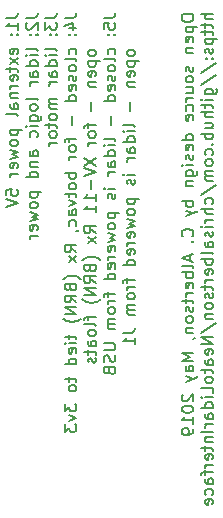
<source format=gbo>
G04 #@! TF.GenerationSoftware,KiCad,Pcbnew,(5.1.2-1)-1*
G04 #@! TF.CreationDate,2019-05-31T22:43:23-07:00*
G04 #@! TF.ProjectId,NeatoLidarInterface,4e656174-6f4c-4696-9461-72496e746572,rev?*
G04 #@! TF.SameCoordinates,Original*
G04 #@! TF.FileFunction,Legend,Bot*
G04 #@! TF.FilePolarity,Positive*
%FSLAX46Y46*%
G04 Gerber Fmt 4.6, Leading zero omitted, Abs format (unit mm)*
G04 Created by KiCad (PCBNEW (5.1.2-1)-1) date 2019-05-31 22:43:23*
%MOMM*%
%LPD*%
G04 APERTURE LIST*
%ADD10C,0.150000*%
G04 APERTURE END LIST*
D10*
X201387380Y-3796309D02*
X202101666Y-3796309D01*
X202244523Y-3748690D01*
X202339761Y-3653452D01*
X202387380Y-3510595D01*
X202387380Y-3415357D01*
X202387380Y-4796309D02*
X202387380Y-4224880D01*
X202387380Y-4510595D02*
X201387380Y-4510595D01*
X201530238Y-4415357D01*
X201625476Y-4320119D01*
X201673095Y-4224880D01*
X202292142Y-5224880D02*
X202339761Y-5272500D01*
X202387380Y-5224880D01*
X202339761Y-5177261D01*
X202292142Y-5224880D01*
X202387380Y-5224880D01*
X201768333Y-5224880D02*
X201815952Y-5272500D01*
X201863571Y-5224880D01*
X201815952Y-5177261D01*
X201768333Y-5224880D01*
X201863571Y-5224880D01*
X202339761Y-6843928D02*
X202387380Y-6748690D01*
X202387380Y-6558214D01*
X202339761Y-6462976D01*
X202244523Y-6415357D01*
X201863571Y-6415357D01*
X201768333Y-6462976D01*
X201720714Y-6558214D01*
X201720714Y-6748690D01*
X201768333Y-6843928D01*
X201863571Y-6891547D01*
X201958809Y-6891547D01*
X202054047Y-6415357D01*
X202387380Y-7224880D02*
X201720714Y-7748690D01*
X201720714Y-7224880D02*
X202387380Y-7748690D01*
X201720714Y-7986785D02*
X201720714Y-8367738D01*
X201387380Y-8129642D02*
X202244523Y-8129642D01*
X202339761Y-8177261D01*
X202387380Y-8272500D01*
X202387380Y-8367738D01*
X202339761Y-9082023D02*
X202387380Y-8986785D01*
X202387380Y-8796309D01*
X202339761Y-8701071D01*
X202244523Y-8653452D01*
X201863571Y-8653452D01*
X201768333Y-8701071D01*
X201720714Y-8796309D01*
X201720714Y-8986785D01*
X201768333Y-9082023D01*
X201863571Y-9129642D01*
X201958809Y-9129642D01*
X202054047Y-8653452D01*
X202387380Y-9558214D02*
X201720714Y-9558214D01*
X201911190Y-9558214D02*
X201815952Y-9605833D01*
X201768333Y-9653452D01*
X201720714Y-9748690D01*
X201720714Y-9843928D01*
X201720714Y-10177261D02*
X202387380Y-10177261D01*
X201815952Y-10177261D02*
X201768333Y-10224880D01*
X201720714Y-10320119D01*
X201720714Y-10462976D01*
X201768333Y-10558214D01*
X201863571Y-10605833D01*
X202387380Y-10605833D01*
X202387380Y-11510595D02*
X201863571Y-11510595D01*
X201768333Y-11462976D01*
X201720714Y-11367738D01*
X201720714Y-11177261D01*
X201768333Y-11082023D01*
X202339761Y-11510595D02*
X202387380Y-11415357D01*
X202387380Y-11177261D01*
X202339761Y-11082023D01*
X202244523Y-11034404D01*
X202149285Y-11034404D01*
X202054047Y-11082023D01*
X202006428Y-11177261D01*
X202006428Y-11415357D01*
X201958809Y-11510595D01*
X202387380Y-12129642D02*
X202339761Y-12034404D01*
X202244523Y-11986785D01*
X201387380Y-11986785D01*
X201720714Y-13272499D02*
X202720714Y-13272499D01*
X201768333Y-13272499D02*
X201720714Y-13367738D01*
X201720714Y-13558214D01*
X201768333Y-13653452D01*
X201815952Y-13701071D01*
X201911190Y-13748690D01*
X202196904Y-13748690D01*
X202292142Y-13701071D01*
X202339761Y-13653452D01*
X202387380Y-13558214D01*
X202387380Y-13367738D01*
X202339761Y-13272499D01*
X202387380Y-14320119D02*
X202339761Y-14224880D01*
X202292142Y-14177261D01*
X202196904Y-14129642D01*
X201911190Y-14129642D01*
X201815952Y-14177261D01*
X201768333Y-14224880D01*
X201720714Y-14320119D01*
X201720714Y-14462976D01*
X201768333Y-14558214D01*
X201815952Y-14605833D01*
X201911190Y-14653452D01*
X202196904Y-14653452D01*
X202292142Y-14605833D01*
X202339761Y-14558214D01*
X202387380Y-14462976D01*
X202387380Y-14320119D01*
X201720714Y-14986785D02*
X202387380Y-15177261D01*
X201911190Y-15367738D01*
X202387380Y-15558214D01*
X201720714Y-15748690D01*
X202339761Y-16510595D02*
X202387380Y-16415357D01*
X202387380Y-16224880D01*
X202339761Y-16129642D01*
X202244523Y-16082023D01*
X201863571Y-16082023D01*
X201768333Y-16129642D01*
X201720714Y-16224880D01*
X201720714Y-16415357D01*
X201768333Y-16510595D01*
X201863571Y-16558214D01*
X201958809Y-16558214D01*
X202054047Y-16082023D01*
X202387380Y-16986785D02*
X201720714Y-16986785D01*
X201911190Y-16986785D02*
X201815952Y-17034404D01*
X201768333Y-17082023D01*
X201720714Y-17177261D01*
X201720714Y-17272499D01*
X201387380Y-18843928D02*
X201387380Y-18367738D01*
X201863571Y-18320119D01*
X201815952Y-18367738D01*
X201768333Y-18462976D01*
X201768333Y-18701071D01*
X201815952Y-18796309D01*
X201863571Y-18843928D01*
X201958809Y-18891547D01*
X202196904Y-18891547D01*
X202292142Y-18843928D01*
X202339761Y-18796309D01*
X202387380Y-18701071D01*
X202387380Y-18462976D01*
X202339761Y-18367738D01*
X202292142Y-18320119D01*
X201387380Y-19177261D02*
X202387380Y-19510595D01*
X201387380Y-19843928D01*
X203037380Y-3796309D02*
X203751666Y-3796309D01*
X203894523Y-3748690D01*
X203989761Y-3653452D01*
X204037380Y-3510595D01*
X204037380Y-3415357D01*
X203132619Y-4224880D02*
X203085000Y-4272500D01*
X203037380Y-4367738D01*
X203037380Y-4605833D01*
X203085000Y-4701071D01*
X203132619Y-4748690D01*
X203227857Y-4796309D01*
X203323095Y-4796309D01*
X203465952Y-4748690D01*
X204037380Y-4177261D01*
X204037380Y-4796309D01*
X203942142Y-5224880D02*
X203989761Y-5272500D01*
X204037380Y-5224880D01*
X203989761Y-5177261D01*
X203942142Y-5224880D01*
X204037380Y-5224880D01*
X203418333Y-5224880D02*
X203465952Y-5272500D01*
X203513571Y-5224880D01*
X203465952Y-5177261D01*
X203418333Y-5224880D01*
X203513571Y-5224880D01*
X204037380Y-6605833D02*
X203989761Y-6510595D01*
X203894523Y-6462976D01*
X203037380Y-6462976D01*
X204037380Y-6986785D02*
X203370714Y-6986785D01*
X203037380Y-6986785D02*
X203085000Y-6939166D01*
X203132619Y-6986785D01*
X203085000Y-7034404D01*
X203037380Y-6986785D01*
X203132619Y-6986785D01*
X204037380Y-7891547D02*
X203037380Y-7891547D01*
X203989761Y-7891547D02*
X204037380Y-7796309D01*
X204037380Y-7605833D01*
X203989761Y-7510595D01*
X203942142Y-7462976D01*
X203846904Y-7415357D01*
X203561190Y-7415357D01*
X203465952Y-7462976D01*
X203418333Y-7510595D01*
X203370714Y-7605833D01*
X203370714Y-7796309D01*
X203418333Y-7891547D01*
X204037380Y-8796309D02*
X203513571Y-8796309D01*
X203418333Y-8748690D01*
X203370714Y-8653452D01*
X203370714Y-8462976D01*
X203418333Y-8367738D01*
X203989761Y-8796309D02*
X204037380Y-8701071D01*
X204037380Y-8462976D01*
X203989761Y-8367738D01*
X203894523Y-8320119D01*
X203799285Y-8320119D01*
X203704047Y-8367738D01*
X203656428Y-8462976D01*
X203656428Y-8701071D01*
X203608809Y-8796309D01*
X204037380Y-9272500D02*
X203370714Y-9272500D01*
X203561190Y-9272500D02*
X203465952Y-9320119D01*
X203418333Y-9367738D01*
X203370714Y-9462976D01*
X203370714Y-9558214D01*
X204037380Y-10796309D02*
X203989761Y-10701071D01*
X203894523Y-10653452D01*
X203037380Y-10653452D01*
X204037380Y-11320119D02*
X203989761Y-11224880D01*
X203942142Y-11177261D01*
X203846904Y-11129642D01*
X203561190Y-11129642D01*
X203465952Y-11177261D01*
X203418333Y-11224880D01*
X203370714Y-11320119D01*
X203370714Y-11462976D01*
X203418333Y-11558214D01*
X203465952Y-11605833D01*
X203561190Y-11653452D01*
X203846904Y-11653452D01*
X203942142Y-11605833D01*
X203989761Y-11558214D01*
X204037380Y-11462976D01*
X204037380Y-11320119D01*
X203370714Y-12510595D02*
X204180238Y-12510595D01*
X204275476Y-12462976D01*
X204323095Y-12415357D01*
X204370714Y-12320119D01*
X204370714Y-12177261D01*
X204323095Y-12082023D01*
X203989761Y-12510595D02*
X204037380Y-12415357D01*
X204037380Y-12224880D01*
X203989761Y-12129642D01*
X203942142Y-12082023D01*
X203846904Y-12034404D01*
X203561190Y-12034404D01*
X203465952Y-12082023D01*
X203418333Y-12129642D01*
X203370714Y-12224880D01*
X203370714Y-12415357D01*
X203418333Y-12510595D01*
X204037380Y-12986785D02*
X203370714Y-12986785D01*
X203037380Y-12986785D02*
X203085000Y-12939166D01*
X203132619Y-12986785D01*
X203085000Y-13034404D01*
X203037380Y-12986785D01*
X203132619Y-12986785D01*
X203989761Y-13891547D02*
X204037380Y-13796309D01*
X204037380Y-13605833D01*
X203989761Y-13510595D01*
X203942142Y-13462976D01*
X203846904Y-13415357D01*
X203561190Y-13415357D01*
X203465952Y-13462976D01*
X203418333Y-13510595D01*
X203370714Y-13605833D01*
X203370714Y-13796309D01*
X203418333Y-13891547D01*
X204037380Y-15510595D02*
X203513571Y-15510595D01*
X203418333Y-15462976D01*
X203370714Y-15367738D01*
X203370714Y-15177261D01*
X203418333Y-15082023D01*
X203989761Y-15510595D02*
X204037380Y-15415357D01*
X204037380Y-15177261D01*
X203989761Y-15082023D01*
X203894523Y-15034404D01*
X203799285Y-15034404D01*
X203704047Y-15082023D01*
X203656428Y-15177261D01*
X203656428Y-15415357D01*
X203608809Y-15510595D01*
X203370714Y-15986785D02*
X204037380Y-15986785D01*
X203465952Y-15986785D02*
X203418333Y-16034404D01*
X203370714Y-16129642D01*
X203370714Y-16272500D01*
X203418333Y-16367738D01*
X203513571Y-16415357D01*
X204037380Y-16415357D01*
X204037380Y-17320119D02*
X203037380Y-17320119D01*
X203989761Y-17320119D02*
X204037380Y-17224880D01*
X204037380Y-17034404D01*
X203989761Y-16939166D01*
X203942142Y-16891547D01*
X203846904Y-16843928D01*
X203561190Y-16843928D01*
X203465952Y-16891547D01*
X203418333Y-16939166D01*
X203370714Y-17034404D01*
X203370714Y-17224880D01*
X203418333Y-17320119D01*
X203370714Y-18558214D02*
X204370714Y-18558214D01*
X203418333Y-18558214D02*
X203370714Y-18653452D01*
X203370714Y-18843928D01*
X203418333Y-18939166D01*
X203465952Y-18986785D01*
X203561190Y-19034404D01*
X203846904Y-19034404D01*
X203942142Y-18986785D01*
X203989761Y-18939166D01*
X204037380Y-18843928D01*
X204037380Y-18653452D01*
X203989761Y-18558214D01*
X204037380Y-19605833D02*
X203989761Y-19510595D01*
X203942142Y-19462976D01*
X203846904Y-19415357D01*
X203561190Y-19415357D01*
X203465952Y-19462976D01*
X203418333Y-19510595D01*
X203370714Y-19605833D01*
X203370714Y-19748690D01*
X203418333Y-19843928D01*
X203465952Y-19891547D01*
X203561190Y-19939166D01*
X203846904Y-19939166D01*
X203942142Y-19891547D01*
X203989761Y-19843928D01*
X204037380Y-19748690D01*
X204037380Y-19605833D01*
X203370714Y-20272500D02*
X204037380Y-20462976D01*
X203561190Y-20653452D01*
X204037380Y-20843928D01*
X203370714Y-21034404D01*
X203989761Y-21796309D02*
X204037380Y-21701071D01*
X204037380Y-21510595D01*
X203989761Y-21415357D01*
X203894523Y-21367738D01*
X203513571Y-21367738D01*
X203418333Y-21415357D01*
X203370714Y-21510595D01*
X203370714Y-21701071D01*
X203418333Y-21796309D01*
X203513571Y-21843928D01*
X203608809Y-21843928D01*
X203704047Y-21367738D01*
X204037380Y-22272500D02*
X203370714Y-22272500D01*
X203561190Y-22272500D02*
X203465952Y-22320119D01*
X203418333Y-22367738D01*
X203370714Y-22462976D01*
X203370714Y-22558214D01*
X204687380Y-3796309D02*
X205401666Y-3796309D01*
X205544523Y-3748690D01*
X205639761Y-3653452D01*
X205687380Y-3510595D01*
X205687380Y-3415357D01*
X204687380Y-4177261D02*
X204687380Y-4796309D01*
X205068333Y-4462976D01*
X205068333Y-4605833D01*
X205115952Y-4701071D01*
X205163571Y-4748690D01*
X205258809Y-4796309D01*
X205496904Y-4796309D01*
X205592142Y-4748690D01*
X205639761Y-4701071D01*
X205687380Y-4605833D01*
X205687380Y-4320119D01*
X205639761Y-4224880D01*
X205592142Y-4177261D01*
X205592142Y-5224880D02*
X205639761Y-5272500D01*
X205687380Y-5224880D01*
X205639761Y-5177261D01*
X205592142Y-5224880D01*
X205687380Y-5224880D01*
X205068333Y-5224880D02*
X205115952Y-5272500D01*
X205163571Y-5224880D01*
X205115952Y-5177261D01*
X205068333Y-5224880D01*
X205163571Y-5224880D01*
X205687380Y-6605833D02*
X205639761Y-6510595D01*
X205544523Y-6462976D01*
X204687380Y-6462976D01*
X205687380Y-6986785D02*
X205020714Y-6986785D01*
X204687380Y-6986785D02*
X204735000Y-6939166D01*
X204782619Y-6986785D01*
X204735000Y-7034404D01*
X204687380Y-6986785D01*
X204782619Y-6986785D01*
X205687380Y-7891547D02*
X204687380Y-7891547D01*
X205639761Y-7891547D02*
X205687380Y-7796309D01*
X205687380Y-7605833D01*
X205639761Y-7510595D01*
X205592142Y-7462976D01*
X205496904Y-7415357D01*
X205211190Y-7415357D01*
X205115952Y-7462976D01*
X205068333Y-7510595D01*
X205020714Y-7605833D01*
X205020714Y-7796309D01*
X205068333Y-7891547D01*
X205687380Y-8796309D02*
X205163571Y-8796309D01*
X205068333Y-8748690D01*
X205020714Y-8653452D01*
X205020714Y-8462976D01*
X205068333Y-8367738D01*
X205639761Y-8796309D02*
X205687380Y-8701071D01*
X205687380Y-8462976D01*
X205639761Y-8367738D01*
X205544523Y-8320119D01*
X205449285Y-8320119D01*
X205354047Y-8367738D01*
X205306428Y-8462976D01*
X205306428Y-8701071D01*
X205258809Y-8796309D01*
X205687380Y-9272500D02*
X205020714Y-9272500D01*
X205211190Y-9272500D02*
X205115952Y-9320119D01*
X205068333Y-9367738D01*
X205020714Y-9462976D01*
X205020714Y-9558214D01*
X205687380Y-10653452D02*
X205020714Y-10653452D01*
X205115952Y-10653452D02*
X205068333Y-10701071D01*
X205020714Y-10796309D01*
X205020714Y-10939166D01*
X205068333Y-11034404D01*
X205163571Y-11082023D01*
X205687380Y-11082023D01*
X205163571Y-11082023D02*
X205068333Y-11129642D01*
X205020714Y-11224880D01*
X205020714Y-11367738D01*
X205068333Y-11462976D01*
X205163571Y-11510595D01*
X205687380Y-11510595D01*
X205687380Y-12129642D02*
X205639761Y-12034404D01*
X205592142Y-11986785D01*
X205496904Y-11939166D01*
X205211190Y-11939166D01*
X205115952Y-11986785D01*
X205068333Y-12034404D01*
X205020714Y-12129642D01*
X205020714Y-12272500D01*
X205068333Y-12367738D01*
X205115952Y-12415357D01*
X205211190Y-12462976D01*
X205496904Y-12462976D01*
X205592142Y-12415357D01*
X205639761Y-12367738D01*
X205687380Y-12272500D01*
X205687380Y-12129642D01*
X205020714Y-12748690D02*
X205020714Y-13129642D01*
X204687380Y-12891547D02*
X205544523Y-12891547D01*
X205639761Y-12939166D01*
X205687380Y-13034404D01*
X205687380Y-13129642D01*
X205687380Y-13605833D02*
X205639761Y-13510595D01*
X205592142Y-13462976D01*
X205496904Y-13415357D01*
X205211190Y-13415357D01*
X205115952Y-13462976D01*
X205068333Y-13510595D01*
X205020714Y-13605833D01*
X205020714Y-13748690D01*
X205068333Y-13843928D01*
X205115952Y-13891547D01*
X205211190Y-13939166D01*
X205496904Y-13939166D01*
X205592142Y-13891547D01*
X205639761Y-13843928D01*
X205687380Y-13748690D01*
X205687380Y-13605833D01*
X205687380Y-14367738D02*
X205020714Y-14367738D01*
X205211190Y-14367738D02*
X205115952Y-14415357D01*
X205068333Y-14462976D01*
X205020714Y-14558214D01*
X205020714Y-14653452D01*
X206337380Y-3796309D02*
X207051666Y-3796309D01*
X207194523Y-3748690D01*
X207289761Y-3653452D01*
X207337380Y-3510595D01*
X207337380Y-3415357D01*
X206670714Y-4701071D02*
X207337380Y-4701071D01*
X206289761Y-4462976D02*
X207004047Y-4224880D01*
X207004047Y-4843928D01*
X207242142Y-5224880D02*
X207289761Y-5272500D01*
X207337380Y-5224880D01*
X207289761Y-5177261D01*
X207242142Y-5224880D01*
X207337380Y-5224880D01*
X206718333Y-5224880D02*
X206765952Y-5272500D01*
X206813571Y-5224880D01*
X206765952Y-5177261D01*
X206718333Y-5224880D01*
X206813571Y-5224880D01*
X207289761Y-6891547D02*
X207337380Y-6796309D01*
X207337380Y-6605833D01*
X207289761Y-6510595D01*
X207242142Y-6462976D01*
X207146904Y-6415357D01*
X206861190Y-6415357D01*
X206765952Y-6462976D01*
X206718333Y-6510595D01*
X206670714Y-6605833D01*
X206670714Y-6796309D01*
X206718333Y-6891547D01*
X207337380Y-7462976D02*
X207289761Y-7367738D01*
X207194523Y-7320119D01*
X206337380Y-7320119D01*
X207337380Y-7986785D02*
X207289761Y-7891547D01*
X207242142Y-7843928D01*
X207146904Y-7796309D01*
X206861190Y-7796309D01*
X206765952Y-7843928D01*
X206718333Y-7891547D01*
X206670714Y-7986785D01*
X206670714Y-8129642D01*
X206718333Y-8224880D01*
X206765952Y-8272500D01*
X206861190Y-8320119D01*
X207146904Y-8320119D01*
X207242142Y-8272500D01*
X207289761Y-8224880D01*
X207337380Y-8129642D01*
X207337380Y-7986785D01*
X207289761Y-8701071D02*
X207337380Y-8796309D01*
X207337380Y-8986785D01*
X207289761Y-9082023D01*
X207194523Y-9129642D01*
X207146904Y-9129642D01*
X207051666Y-9082023D01*
X207004047Y-8986785D01*
X207004047Y-8843928D01*
X206956428Y-8748690D01*
X206861190Y-8701071D01*
X206813571Y-8701071D01*
X206718333Y-8748690D01*
X206670714Y-8843928D01*
X206670714Y-8986785D01*
X206718333Y-9082023D01*
X207289761Y-9939166D02*
X207337380Y-9843928D01*
X207337380Y-9653452D01*
X207289761Y-9558214D01*
X207194523Y-9510595D01*
X206813571Y-9510595D01*
X206718333Y-9558214D01*
X206670714Y-9653452D01*
X206670714Y-9843928D01*
X206718333Y-9939166D01*
X206813571Y-9986785D01*
X206908809Y-9986785D01*
X207004047Y-9510595D01*
X207337380Y-10843928D02*
X206337380Y-10843928D01*
X207289761Y-10843928D02*
X207337380Y-10748690D01*
X207337380Y-10558214D01*
X207289761Y-10462976D01*
X207242142Y-10415357D01*
X207146904Y-10367738D01*
X206861190Y-10367738D01*
X206765952Y-10415357D01*
X206718333Y-10462976D01*
X206670714Y-10558214D01*
X206670714Y-10748690D01*
X206718333Y-10843928D01*
X206956428Y-12082023D02*
X206956428Y-12843928D01*
X206670714Y-13939166D02*
X206670714Y-14320119D01*
X207337380Y-14082023D02*
X206480238Y-14082023D01*
X206385000Y-14129642D01*
X206337380Y-14224880D01*
X206337380Y-14320119D01*
X207337380Y-14796309D02*
X207289761Y-14701071D01*
X207242142Y-14653452D01*
X207146904Y-14605833D01*
X206861190Y-14605833D01*
X206765952Y-14653452D01*
X206718333Y-14701071D01*
X206670714Y-14796309D01*
X206670714Y-14939166D01*
X206718333Y-15034404D01*
X206765952Y-15082023D01*
X206861190Y-15129642D01*
X207146904Y-15129642D01*
X207242142Y-15082023D01*
X207289761Y-15034404D01*
X207337380Y-14939166D01*
X207337380Y-14796309D01*
X207337380Y-15558214D02*
X206670714Y-15558214D01*
X206861190Y-15558214D02*
X206765952Y-15605833D01*
X206718333Y-15653452D01*
X206670714Y-15748690D01*
X206670714Y-15843928D01*
X207337380Y-16939166D02*
X206337380Y-16939166D01*
X206718333Y-16939166D02*
X206670714Y-17034404D01*
X206670714Y-17224880D01*
X206718333Y-17320119D01*
X206765952Y-17367738D01*
X206861190Y-17415357D01*
X207146904Y-17415357D01*
X207242142Y-17367738D01*
X207289761Y-17320119D01*
X207337380Y-17224880D01*
X207337380Y-17034404D01*
X207289761Y-16939166D01*
X207337380Y-17986785D02*
X207289761Y-17891547D01*
X207242142Y-17843928D01*
X207146904Y-17796309D01*
X206861190Y-17796309D01*
X206765952Y-17843928D01*
X206718333Y-17891547D01*
X206670714Y-17986785D01*
X206670714Y-18129642D01*
X206718333Y-18224880D01*
X206765952Y-18272500D01*
X206861190Y-18320119D01*
X207146904Y-18320119D01*
X207242142Y-18272500D01*
X207289761Y-18224880D01*
X207337380Y-18129642D01*
X207337380Y-17986785D01*
X206670714Y-18605833D02*
X206670714Y-18986785D01*
X206337380Y-18748690D02*
X207194523Y-18748690D01*
X207289761Y-18796309D01*
X207337380Y-18891547D01*
X207337380Y-18986785D01*
X206670714Y-19224880D02*
X207337380Y-19462976D01*
X206670714Y-19701071D01*
X207337380Y-20510595D02*
X206813571Y-20510595D01*
X206718333Y-20462976D01*
X206670714Y-20367738D01*
X206670714Y-20177261D01*
X206718333Y-20082023D01*
X207289761Y-20510595D02*
X207337380Y-20415357D01*
X207337380Y-20177261D01*
X207289761Y-20082023D01*
X207194523Y-20034404D01*
X207099285Y-20034404D01*
X207004047Y-20082023D01*
X206956428Y-20177261D01*
X206956428Y-20415357D01*
X206908809Y-20510595D01*
X207289761Y-21415357D02*
X207337380Y-21320119D01*
X207337380Y-21129642D01*
X207289761Y-21034404D01*
X207242142Y-20986785D01*
X207146904Y-20939166D01*
X206861190Y-20939166D01*
X206765952Y-20986785D01*
X206718333Y-21034404D01*
X206670714Y-21129642D01*
X206670714Y-21320119D01*
X206718333Y-21415357D01*
X207289761Y-21891547D02*
X207337380Y-21891547D01*
X207432619Y-21843928D01*
X207480238Y-21796309D01*
X207337380Y-23653452D02*
X206861190Y-23320119D01*
X207337380Y-23082023D02*
X206337380Y-23082023D01*
X206337380Y-23462976D01*
X206385000Y-23558214D01*
X206432619Y-23605833D01*
X206527857Y-23653452D01*
X206670714Y-23653452D01*
X206765952Y-23605833D01*
X206813571Y-23558214D01*
X206861190Y-23462976D01*
X206861190Y-23082023D01*
X207337380Y-23986785D02*
X206670714Y-24510595D01*
X206670714Y-23986785D02*
X207337380Y-24510595D01*
X207718333Y-25939166D02*
X207670714Y-25891547D01*
X207527857Y-25796309D01*
X207432619Y-25748690D01*
X207289761Y-25701071D01*
X207051666Y-25653452D01*
X206861190Y-25653452D01*
X206623095Y-25701071D01*
X206480238Y-25748690D01*
X206385000Y-25796309D01*
X206242142Y-25891547D01*
X206194523Y-25939166D01*
X206813571Y-26653452D02*
X206861190Y-26796309D01*
X206908809Y-26843928D01*
X207004047Y-26891547D01*
X207146904Y-26891547D01*
X207242142Y-26843928D01*
X207289761Y-26796309D01*
X207337380Y-26701071D01*
X207337380Y-26320119D01*
X206337380Y-26320119D01*
X206337380Y-26653452D01*
X206385000Y-26748690D01*
X206432619Y-26796309D01*
X206527857Y-26843928D01*
X206623095Y-26843928D01*
X206718333Y-26796309D01*
X206765952Y-26748690D01*
X206813571Y-26653452D01*
X206813571Y-26320119D01*
X207337380Y-27891547D02*
X206861190Y-27558214D01*
X207337380Y-27320119D02*
X206337380Y-27320119D01*
X206337380Y-27701071D01*
X206385000Y-27796309D01*
X206432619Y-27843928D01*
X206527857Y-27891547D01*
X206670714Y-27891547D01*
X206765952Y-27843928D01*
X206813571Y-27796309D01*
X206861190Y-27701071D01*
X206861190Y-27320119D01*
X207337380Y-28320119D02*
X206337380Y-28320119D01*
X207337380Y-28891547D01*
X206337380Y-28891547D01*
X207718333Y-29272499D02*
X207670714Y-29320119D01*
X207527857Y-29415357D01*
X207432619Y-29462976D01*
X207289761Y-29510595D01*
X207051666Y-29558214D01*
X206861190Y-29558214D01*
X206623095Y-29510595D01*
X206480238Y-29462976D01*
X206385000Y-29415357D01*
X206242142Y-29320119D01*
X206194523Y-29272499D01*
X206670714Y-30653452D02*
X206670714Y-31034404D01*
X206337380Y-30796309D02*
X207194523Y-30796309D01*
X207289761Y-30843928D01*
X207337380Y-30939166D01*
X207337380Y-31034404D01*
X207337380Y-31367738D02*
X206670714Y-31367738D01*
X206337380Y-31367738D02*
X206385000Y-31320119D01*
X206432619Y-31367738D01*
X206385000Y-31415357D01*
X206337380Y-31367738D01*
X206432619Y-31367738D01*
X207289761Y-32224880D02*
X207337380Y-32129642D01*
X207337380Y-31939166D01*
X207289761Y-31843928D01*
X207194523Y-31796309D01*
X206813571Y-31796309D01*
X206718333Y-31843928D01*
X206670714Y-31939166D01*
X206670714Y-32129642D01*
X206718333Y-32224880D01*
X206813571Y-32272499D01*
X206908809Y-32272499D01*
X207004047Y-31796309D01*
X207337380Y-33129642D02*
X206337380Y-33129642D01*
X207289761Y-33129642D02*
X207337380Y-33034404D01*
X207337380Y-32843928D01*
X207289761Y-32748690D01*
X207242142Y-32701071D01*
X207146904Y-32653452D01*
X206861190Y-32653452D01*
X206765952Y-32701071D01*
X206718333Y-32748690D01*
X206670714Y-32843928D01*
X206670714Y-33034404D01*
X206718333Y-33129642D01*
X206670714Y-34224880D02*
X206670714Y-34605833D01*
X206337380Y-34367738D02*
X207194523Y-34367738D01*
X207289761Y-34415357D01*
X207337380Y-34510595D01*
X207337380Y-34605833D01*
X207337380Y-35082023D02*
X207289761Y-34986785D01*
X207242142Y-34939166D01*
X207146904Y-34891547D01*
X206861190Y-34891547D01*
X206765952Y-34939166D01*
X206718333Y-34986785D01*
X206670714Y-35082023D01*
X206670714Y-35224880D01*
X206718333Y-35320119D01*
X206765952Y-35367738D01*
X206861190Y-35415357D01*
X207146904Y-35415357D01*
X207242142Y-35367738D01*
X207289761Y-35320119D01*
X207337380Y-35224880D01*
X207337380Y-35082023D01*
X206337380Y-36510595D02*
X206337380Y-37129642D01*
X206718333Y-36796309D01*
X206718333Y-36939166D01*
X206765952Y-37034404D01*
X206813571Y-37082023D01*
X206908809Y-37129642D01*
X207146904Y-37129642D01*
X207242142Y-37082023D01*
X207289761Y-37034404D01*
X207337380Y-36939166D01*
X207337380Y-36653452D01*
X207289761Y-36558214D01*
X207242142Y-36510595D01*
X206670714Y-37462976D02*
X207337380Y-37701071D01*
X206670714Y-37939166D01*
X206337380Y-38224880D02*
X206337380Y-38843928D01*
X206718333Y-38510595D01*
X206718333Y-38653452D01*
X206765952Y-38748690D01*
X206813571Y-38796309D01*
X206908809Y-38843928D01*
X207146904Y-38843928D01*
X207242142Y-38796309D01*
X207289761Y-38748690D01*
X207337380Y-38653452D01*
X207337380Y-38367738D01*
X207289761Y-38272499D01*
X207242142Y-38224880D01*
X208987380Y-6701071D02*
X208939761Y-6605833D01*
X208892142Y-6558214D01*
X208796904Y-6510595D01*
X208511190Y-6510595D01*
X208415952Y-6558214D01*
X208368333Y-6605833D01*
X208320714Y-6701071D01*
X208320714Y-6843928D01*
X208368333Y-6939166D01*
X208415952Y-6986785D01*
X208511190Y-7034404D01*
X208796904Y-7034404D01*
X208892142Y-6986785D01*
X208939761Y-6939166D01*
X208987380Y-6843928D01*
X208987380Y-6701071D01*
X208320714Y-7462976D02*
X209320714Y-7462976D01*
X208368333Y-7462976D02*
X208320714Y-7558214D01*
X208320714Y-7748690D01*
X208368333Y-7843928D01*
X208415952Y-7891547D01*
X208511190Y-7939166D01*
X208796904Y-7939166D01*
X208892142Y-7891547D01*
X208939761Y-7843928D01*
X208987380Y-7748690D01*
X208987380Y-7558214D01*
X208939761Y-7462976D01*
X208939761Y-8748690D02*
X208987380Y-8653452D01*
X208987380Y-8462976D01*
X208939761Y-8367738D01*
X208844523Y-8320119D01*
X208463571Y-8320119D01*
X208368333Y-8367738D01*
X208320714Y-8462976D01*
X208320714Y-8653452D01*
X208368333Y-8748690D01*
X208463571Y-8796309D01*
X208558809Y-8796309D01*
X208654047Y-8320119D01*
X208320714Y-9224880D02*
X208987380Y-9224880D01*
X208415952Y-9224880D02*
X208368333Y-9272500D01*
X208320714Y-9367738D01*
X208320714Y-9510595D01*
X208368333Y-9605833D01*
X208463571Y-9653452D01*
X208987380Y-9653452D01*
X208606428Y-10891547D02*
X208606428Y-11653452D01*
X208320714Y-12748690D02*
X208320714Y-13129642D01*
X208987380Y-12891547D02*
X208130238Y-12891547D01*
X208035000Y-12939166D01*
X207987380Y-13034404D01*
X207987380Y-13129642D01*
X208987380Y-13605833D02*
X208939761Y-13510595D01*
X208892142Y-13462976D01*
X208796904Y-13415357D01*
X208511190Y-13415357D01*
X208415952Y-13462976D01*
X208368333Y-13510595D01*
X208320714Y-13605833D01*
X208320714Y-13748690D01*
X208368333Y-13843928D01*
X208415952Y-13891547D01*
X208511190Y-13939166D01*
X208796904Y-13939166D01*
X208892142Y-13891547D01*
X208939761Y-13843928D01*
X208987380Y-13748690D01*
X208987380Y-13605833D01*
X208987380Y-14367738D02*
X208320714Y-14367738D01*
X208511190Y-14367738D02*
X208415952Y-14415357D01*
X208368333Y-14462976D01*
X208320714Y-14558214D01*
X208320714Y-14653452D01*
X207987380Y-15653452D02*
X208987380Y-16320119D01*
X207987380Y-16320119D02*
X208987380Y-15653452D01*
X207987380Y-16558214D02*
X208987380Y-16891547D01*
X207987380Y-17224880D01*
X208606428Y-17558214D02*
X208606428Y-18320119D01*
X208987380Y-19320119D02*
X208987380Y-18748690D01*
X208987380Y-19034404D02*
X207987380Y-19034404D01*
X208130238Y-18939166D01*
X208225476Y-18843928D01*
X208273095Y-18748690D01*
X208987380Y-20272499D02*
X208987380Y-19701071D01*
X208987380Y-19986785D02*
X207987380Y-19986785D01*
X208130238Y-19891547D01*
X208225476Y-19796309D01*
X208273095Y-19701071D01*
X208987380Y-22034404D02*
X208511190Y-21701071D01*
X208987380Y-21462976D02*
X207987380Y-21462976D01*
X207987380Y-21843928D01*
X208035000Y-21939166D01*
X208082619Y-21986785D01*
X208177857Y-22034404D01*
X208320714Y-22034404D01*
X208415952Y-21986785D01*
X208463571Y-21939166D01*
X208511190Y-21843928D01*
X208511190Y-21462976D01*
X208987380Y-22367738D02*
X208320714Y-22891547D01*
X208320714Y-22367738D02*
X208987380Y-22891547D01*
X209368333Y-24320119D02*
X209320714Y-24272499D01*
X209177857Y-24177261D01*
X209082619Y-24129642D01*
X208939761Y-24082023D01*
X208701666Y-24034404D01*
X208511190Y-24034404D01*
X208273095Y-24082023D01*
X208130238Y-24129642D01*
X208035000Y-24177261D01*
X207892142Y-24272499D01*
X207844523Y-24320119D01*
X208463571Y-25034404D02*
X208511190Y-25177261D01*
X208558809Y-25224880D01*
X208654047Y-25272499D01*
X208796904Y-25272499D01*
X208892142Y-25224880D01*
X208939761Y-25177261D01*
X208987380Y-25082023D01*
X208987380Y-24701071D01*
X207987380Y-24701071D01*
X207987380Y-25034404D01*
X208035000Y-25129642D01*
X208082619Y-25177261D01*
X208177857Y-25224880D01*
X208273095Y-25224880D01*
X208368333Y-25177261D01*
X208415952Y-25129642D01*
X208463571Y-25034404D01*
X208463571Y-24701071D01*
X208987380Y-26272499D02*
X208511190Y-25939166D01*
X208987380Y-25701071D02*
X207987380Y-25701071D01*
X207987380Y-26082023D01*
X208035000Y-26177261D01*
X208082619Y-26224880D01*
X208177857Y-26272499D01*
X208320714Y-26272499D01*
X208415952Y-26224880D01*
X208463571Y-26177261D01*
X208511190Y-26082023D01*
X208511190Y-25701071D01*
X208987380Y-26701071D02*
X207987380Y-26701071D01*
X208987380Y-27272499D01*
X207987380Y-27272499D01*
X209368333Y-27653452D02*
X209320714Y-27701071D01*
X209177857Y-27796309D01*
X209082619Y-27843928D01*
X208939761Y-27891547D01*
X208701666Y-27939166D01*
X208511190Y-27939166D01*
X208273095Y-27891547D01*
X208130238Y-27843928D01*
X208035000Y-27796309D01*
X207892142Y-27701071D01*
X207844523Y-27653452D01*
X208320714Y-29034404D02*
X208320714Y-29415357D01*
X208987380Y-29177261D02*
X208130238Y-29177261D01*
X208035000Y-29224880D01*
X207987380Y-29320119D01*
X207987380Y-29415357D01*
X208987380Y-29891547D02*
X208939761Y-29796309D01*
X208844523Y-29748690D01*
X207987380Y-29748690D01*
X208987380Y-30415357D02*
X208939761Y-30320119D01*
X208892142Y-30272499D01*
X208796904Y-30224880D01*
X208511190Y-30224880D01*
X208415952Y-30272499D01*
X208368333Y-30320119D01*
X208320714Y-30415357D01*
X208320714Y-30558214D01*
X208368333Y-30653452D01*
X208415952Y-30701071D01*
X208511190Y-30748690D01*
X208796904Y-30748690D01*
X208892142Y-30701071D01*
X208939761Y-30653452D01*
X208987380Y-30558214D01*
X208987380Y-30415357D01*
X208987380Y-31605833D02*
X208463571Y-31605833D01*
X208368333Y-31558214D01*
X208320714Y-31462976D01*
X208320714Y-31272499D01*
X208368333Y-31177261D01*
X208939761Y-31605833D02*
X208987380Y-31510595D01*
X208987380Y-31272499D01*
X208939761Y-31177261D01*
X208844523Y-31129642D01*
X208749285Y-31129642D01*
X208654047Y-31177261D01*
X208606428Y-31272499D01*
X208606428Y-31510595D01*
X208558809Y-31605833D01*
X208320714Y-31939166D02*
X208320714Y-32320119D01*
X207987380Y-32082023D02*
X208844523Y-32082023D01*
X208939761Y-32129642D01*
X208987380Y-32224880D01*
X208987380Y-32320119D01*
X208939761Y-32605833D02*
X208987380Y-32701071D01*
X208987380Y-32891547D01*
X208939761Y-32986785D01*
X208844523Y-33034404D01*
X208796904Y-33034404D01*
X208701666Y-32986785D01*
X208654047Y-32891547D01*
X208654047Y-32748690D01*
X208606428Y-32653452D01*
X208511190Y-32605833D01*
X208463571Y-32605833D01*
X208368333Y-32653452D01*
X208320714Y-32748690D01*
X208320714Y-32891547D01*
X208368333Y-32986785D01*
X209637380Y-3796309D02*
X210351666Y-3796309D01*
X210494523Y-3748690D01*
X210589761Y-3653452D01*
X210637380Y-3510595D01*
X210637380Y-3415357D01*
X209637380Y-4748690D02*
X209637380Y-4272500D01*
X210113571Y-4224880D01*
X210065952Y-4272500D01*
X210018333Y-4367738D01*
X210018333Y-4605833D01*
X210065952Y-4701071D01*
X210113571Y-4748690D01*
X210208809Y-4796309D01*
X210446904Y-4796309D01*
X210542142Y-4748690D01*
X210589761Y-4701071D01*
X210637380Y-4605833D01*
X210637380Y-4367738D01*
X210589761Y-4272500D01*
X210542142Y-4224880D01*
X210542142Y-5224880D02*
X210589761Y-5272500D01*
X210637380Y-5224880D01*
X210589761Y-5177261D01*
X210542142Y-5224880D01*
X210637380Y-5224880D01*
X210018333Y-5224880D02*
X210065952Y-5272500D01*
X210113571Y-5224880D01*
X210065952Y-5177261D01*
X210018333Y-5224880D01*
X210113571Y-5224880D01*
X210589761Y-6891547D02*
X210637380Y-6796309D01*
X210637380Y-6605833D01*
X210589761Y-6510595D01*
X210542142Y-6462976D01*
X210446904Y-6415357D01*
X210161190Y-6415357D01*
X210065952Y-6462976D01*
X210018333Y-6510595D01*
X209970714Y-6605833D01*
X209970714Y-6796309D01*
X210018333Y-6891547D01*
X210637380Y-7462976D02*
X210589761Y-7367738D01*
X210494523Y-7320119D01*
X209637380Y-7320119D01*
X210637380Y-7986785D02*
X210589761Y-7891547D01*
X210542142Y-7843928D01*
X210446904Y-7796309D01*
X210161190Y-7796309D01*
X210065952Y-7843928D01*
X210018333Y-7891547D01*
X209970714Y-7986785D01*
X209970714Y-8129642D01*
X210018333Y-8224880D01*
X210065952Y-8272500D01*
X210161190Y-8320119D01*
X210446904Y-8320119D01*
X210542142Y-8272500D01*
X210589761Y-8224880D01*
X210637380Y-8129642D01*
X210637380Y-7986785D01*
X210589761Y-8701071D02*
X210637380Y-8796309D01*
X210637380Y-8986785D01*
X210589761Y-9082023D01*
X210494523Y-9129642D01*
X210446904Y-9129642D01*
X210351666Y-9082023D01*
X210304047Y-8986785D01*
X210304047Y-8843928D01*
X210256428Y-8748690D01*
X210161190Y-8701071D01*
X210113571Y-8701071D01*
X210018333Y-8748690D01*
X209970714Y-8843928D01*
X209970714Y-8986785D01*
X210018333Y-9082023D01*
X210589761Y-9939166D02*
X210637380Y-9843928D01*
X210637380Y-9653452D01*
X210589761Y-9558214D01*
X210494523Y-9510595D01*
X210113571Y-9510595D01*
X210018333Y-9558214D01*
X209970714Y-9653452D01*
X209970714Y-9843928D01*
X210018333Y-9939166D01*
X210113571Y-9986785D01*
X210208809Y-9986785D01*
X210304047Y-9510595D01*
X210637380Y-10843928D02*
X209637380Y-10843928D01*
X210589761Y-10843928D02*
X210637380Y-10748690D01*
X210637380Y-10558214D01*
X210589761Y-10462976D01*
X210542142Y-10415357D01*
X210446904Y-10367738D01*
X210161190Y-10367738D01*
X210065952Y-10415357D01*
X210018333Y-10462976D01*
X209970714Y-10558214D01*
X209970714Y-10748690D01*
X210018333Y-10843928D01*
X210256428Y-12082023D02*
X210256428Y-12843928D01*
X210637380Y-14224880D02*
X210589761Y-14129642D01*
X210494523Y-14082023D01*
X209637380Y-14082023D01*
X210637380Y-14605833D02*
X209970714Y-14605833D01*
X209637380Y-14605833D02*
X209685000Y-14558214D01*
X209732619Y-14605833D01*
X209685000Y-14653452D01*
X209637380Y-14605833D01*
X209732619Y-14605833D01*
X210637380Y-15510595D02*
X209637380Y-15510595D01*
X210589761Y-15510595D02*
X210637380Y-15415357D01*
X210637380Y-15224880D01*
X210589761Y-15129642D01*
X210542142Y-15082023D01*
X210446904Y-15034404D01*
X210161190Y-15034404D01*
X210065952Y-15082023D01*
X210018333Y-15129642D01*
X209970714Y-15224880D01*
X209970714Y-15415357D01*
X210018333Y-15510595D01*
X210637380Y-16415357D02*
X210113571Y-16415357D01*
X210018333Y-16367738D01*
X209970714Y-16272500D01*
X209970714Y-16082023D01*
X210018333Y-15986785D01*
X210589761Y-16415357D02*
X210637380Y-16320119D01*
X210637380Y-16082023D01*
X210589761Y-15986785D01*
X210494523Y-15939166D01*
X210399285Y-15939166D01*
X210304047Y-15986785D01*
X210256428Y-16082023D01*
X210256428Y-16320119D01*
X210208809Y-16415357D01*
X210637380Y-16891547D02*
X209970714Y-16891547D01*
X210161190Y-16891547D02*
X210065952Y-16939166D01*
X210018333Y-16986785D01*
X209970714Y-17082023D01*
X209970714Y-17177261D01*
X210637380Y-18272500D02*
X209970714Y-18272500D01*
X209637380Y-18272500D02*
X209685000Y-18224880D01*
X209732619Y-18272500D01*
X209685000Y-18320119D01*
X209637380Y-18272500D01*
X209732619Y-18272500D01*
X210589761Y-18701071D02*
X210637380Y-18796309D01*
X210637380Y-18986785D01*
X210589761Y-19082023D01*
X210494523Y-19129642D01*
X210446904Y-19129642D01*
X210351666Y-19082023D01*
X210304047Y-18986785D01*
X210304047Y-18843928D01*
X210256428Y-18748690D01*
X210161190Y-18701071D01*
X210113571Y-18701071D01*
X210018333Y-18748690D01*
X209970714Y-18843928D01*
X209970714Y-18986785D01*
X210018333Y-19082023D01*
X209970714Y-20320119D02*
X210970714Y-20320119D01*
X210018333Y-20320119D02*
X209970714Y-20415357D01*
X209970714Y-20605833D01*
X210018333Y-20701071D01*
X210065952Y-20748690D01*
X210161190Y-20796309D01*
X210446904Y-20796309D01*
X210542142Y-20748690D01*
X210589761Y-20701071D01*
X210637380Y-20605833D01*
X210637380Y-20415357D01*
X210589761Y-20320119D01*
X210637380Y-21367738D02*
X210589761Y-21272500D01*
X210542142Y-21224880D01*
X210446904Y-21177261D01*
X210161190Y-21177261D01*
X210065952Y-21224880D01*
X210018333Y-21272500D01*
X209970714Y-21367738D01*
X209970714Y-21510595D01*
X210018333Y-21605833D01*
X210065952Y-21653452D01*
X210161190Y-21701071D01*
X210446904Y-21701071D01*
X210542142Y-21653452D01*
X210589761Y-21605833D01*
X210637380Y-21510595D01*
X210637380Y-21367738D01*
X209970714Y-22034404D02*
X210637380Y-22224880D01*
X210161190Y-22415357D01*
X210637380Y-22605833D01*
X209970714Y-22796309D01*
X210589761Y-23558214D02*
X210637380Y-23462976D01*
X210637380Y-23272500D01*
X210589761Y-23177261D01*
X210494523Y-23129642D01*
X210113571Y-23129642D01*
X210018333Y-23177261D01*
X209970714Y-23272500D01*
X209970714Y-23462976D01*
X210018333Y-23558214D01*
X210113571Y-23605833D01*
X210208809Y-23605833D01*
X210304047Y-23129642D01*
X210637380Y-24034404D02*
X209970714Y-24034404D01*
X210161190Y-24034404D02*
X210065952Y-24082023D01*
X210018333Y-24129642D01*
X209970714Y-24224880D01*
X209970714Y-24320119D01*
X210589761Y-25034404D02*
X210637380Y-24939166D01*
X210637380Y-24748690D01*
X210589761Y-24653452D01*
X210494523Y-24605833D01*
X210113571Y-24605833D01*
X210018333Y-24653452D01*
X209970714Y-24748690D01*
X209970714Y-24939166D01*
X210018333Y-25034404D01*
X210113571Y-25082023D01*
X210208809Y-25082023D01*
X210304047Y-24605833D01*
X210637380Y-25939166D02*
X209637380Y-25939166D01*
X210589761Y-25939166D02*
X210637380Y-25843928D01*
X210637380Y-25653452D01*
X210589761Y-25558214D01*
X210542142Y-25510595D01*
X210446904Y-25462976D01*
X210161190Y-25462976D01*
X210065952Y-25510595D01*
X210018333Y-25558214D01*
X209970714Y-25653452D01*
X209970714Y-25843928D01*
X210018333Y-25939166D01*
X209970714Y-27034404D02*
X209970714Y-27415357D01*
X210637380Y-27177261D02*
X209780238Y-27177261D01*
X209685000Y-27224880D01*
X209637380Y-27320119D01*
X209637380Y-27415357D01*
X210637380Y-27748690D02*
X209970714Y-27748690D01*
X210161190Y-27748690D02*
X210065952Y-27796309D01*
X210018333Y-27843928D01*
X209970714Y-27939166D01*
X209970714Y-28034404D01*
X210637380Y-28510595D02*
X210589761Y-28415357D01*
X210542142Y-28367738D01*
X210446904Y-28320119D01*
X210161190Y-28320119D01*
X210065952Y-28367738D01*
X210018333Y-28415357D01*
X209970714Y-28510595D01*
X209970714Y-28653452D01*
X210018333Y-28748690D01*
X210065952Y-28796309D01*
X210161190Y-28843928D01*
X210446904Y-28843928D01*
X210542142Y-28796309D01*
X210589761Y-28748690D01*
X210637380Y-28653452D01*
X210637380Y-28510595D01*
X210637380Y-29272500D02*
X209970714Y-29272500D01*
X210065952Y-29272500D02*
X210018333Y-29320119D01*
X209970714Y-29415357D01*
X209970714Y-29558214D01*
X210018333Y-29653452D01*
X210113571Y-29701071D01*
X210637380Y-29701071D01*
X210113571Y-29701071D02*
X210018333Y-29748690D01*
X209970714Y-29843928D01*
X209970714Y-29986785D01*
X210018333Y-30082023D01*
X210113571Y-30129642D01*
X210637380Y-30129642D01*
X209637380Y-31367738D02*
X210446904Y-31367738D01*
X210542142Y-31415357D01*
X210589761Y-31462976D01*
X210637380Y-31558214D01*
X210637380Y-31748690D01*
X210589761Y-31843928D01*
X210542142Y-31891547D01*
X210446904Y-31939166D01*
X209637380Y-31939166D01*
X210589761Y-32367738D02*
X210637380Y-32510595D01*
X210637380Y-32748690D01*
X210589761Y-32843928D01*
X210542142Y-32891547D01*
X210446904Y-32939166D01*
X210351666Y-32939166D01*
X210256428Y-32891547D01*
X210208809Y-32843928D01*
X210161190Y-32748690D01*
X210113571Y-32558214D01*
X210065952Y-32462976D01*
X210018333Y-32415357D01*
X209923095Y-32367738D01*
X209827857Y-32367738D01*
X209732619Y-32415357D01*
X209685000Y-32462976D01*
X209637380Y-32558214D01*
X209637380Y-32796309D01*
X209685000Y-32939166D01*
X210113571Y-33701071D02*
X210161190Y-33843928D01*
X210208809Y-33891547D01*
X210304047Y-33939166D01*
X210446904Y-33939166D01*
X210542142Y-33891547D01*
X210589761Y-33843928D01*
X210637380Y-33748690D01*
X210637380Y-33367738D01*
X209637380Y-33367738D01*
X209637380Y-33701071D01*
X209685000Y-33796309D01*
X209732619Y-33843928D01*
X209827857Y-33891547D01*
X209923095Y-33891547D01*
X210018333Y-33843928D01*
X210065952Y-33796309D01*
X210113571Y-33701071D01*
X210113571Y-33367738D01*
X212287380Y-6701071D02*
X212239761Y-6605833D01*
X212192142Y-6558214D01*
X212096904Y-6510595D01*
X211811190Y-6510595D01*
X211715952Y-6558214D01*
X211668333Y-6605833D01*
X211620714Y-6701071D01*
X211620714Y-6843928D01*
X211668333Y-6939166D01*
X211715952Y-6986785D01*
X211811190Y-7034404D01*
X212096904Y-7034404D01*
X212192142Y-6986785D01*
X212239761Y-6939166D01*
X212287380Y-6843928D01*
X212287380Y-6701071D01*
X211620714Y-7462976D02*
X212620714Y-7462976D01*
X211668333Y-7462976D02*
X211620714Y-7558214D01*
X211620714Y-7748690D01*
X211668333Y-7843928D01*
X211715952Y-7891547D01*
X211811190Y-7939166D01*
X212096904Y-7939166D01*
X212192142Y-7891547D01*
X212239761Y-7843928D01*
X212287380Y-7748690D01*
X212287380Y-7558214D01*
X212239761Y-7462976D01*
X212239761Y-8748690D02*
X212287380Y-8653452D01*
X212287380Y-8462976D01*
X212239761Y-8367738D01*
X212144523Y-8320119D01*
X211763571Y-8320119D01*
X211668333Y-8367738D01*
X211620714Y-8462976D01*
X211620714Y-8653452D01*
X211668333Y-8748690D01*
X211763571Y-8796309D01*
X211858809Y-8796309D01*
X211954047Y-8320119D01*
X211620714Y-9224880D02*
X212287380Y-9224880D01*
X211715952Y-9224880D02*
X211668333Y-9272500D01*
X211620714Y-9367738D01*
X211620714Y-9510595D01*
X211668333Y-9605833D01*
X211763571Y-9653452D01*
X212287380Y-9653452D01*
X211906428Y-10891547D02*
X211906428Y-11653452D01*
X212287380Y-13034404D02*
X212239761Y-12939166D01*
X212144523Y-12891547D01*
X211287380Y-12891547D01*
X212287380Y-13415357D02*
X211620714Y-13415357D01*
X211287380Y-13415357D02*
X211335000Y-13367738D01*
X211382619Y-13415357D01*
X211335000Y-13462976D01*
X211287380Y-13415357D01*
X211382619Y-13415357D01*
X212287380Y-14320119D02*
X211287380Y-14320119D01*
X212239761Y-14320119D02*
X212287380Y-14224880D01*
X212287380Y-14034404D01*
X212239761Y-13939166D01*
X212192142Y-13891547D01*
X212096904Y-13843928D01*
X211811190Y-13843928D01*
X211715952Y-13891547D01*
X211668333Y-13939166D01*
X211620714Y-14034404D01*
X211620714Y-14224880D01*
X211668333Y-14320119D01*
X212287380Y-15224880D02*
X211763571Y-15224880D01*
X211668333Y-15177261D01*
X211620714Y-15082023D01*
X211620714Y-14891547D01*
X211668333Y-14796309D01*
X212239761Y-15224880D02*
X212287380Y-15129642D01*
X212287380Y-14891547D01*
X212239761Y-14796309D01*
X212144523Y-14748690D01*
X212049285Y-14748690D01*
X211954047Y-14796309D01*
X211906428Y-14891547D01*
X211906428Y-15129642D01*
X211858809Y-15224880D01*
X212287380Y-15701071D02*
X211620714Y-15701071D01*
X211811190Y-15701071D02*
X211715952Y-15748690D01*
X211668333Y-15796309D01*
X211620714Y-15891547D01*
X211620714Y-15986785D01*
X212287380Y-17082023D02*
X211620714Y-17082023D01*
X211287380Y-17082023D02*
X211335000Y-17034404D01*
X211382619Y-17082023D01*
X211335000Y-17129642D01*
X211287380Y-17082023D01*
X211382619Y-17082023D01*
X212239761Y-17510595D02*
X212287380Y-17605833D01*
X212287380Y-17796309D01*
X212239761Y-17891547D01*
X212144523Y-17939166D01*
X212096904Y-17939166D01*
X212001666Y-17891547D01*
X211954047Y-17796309D01*
X211954047Y-17653452D01*
X211906428Y-17558214D01*
X211811190Y-17510595D01*
X211763571Y-17510595D01*
X211668333Y-17558214D01*
X211620714Y-17653452D01*
X211620714Y-17796309D01*
X211668333Y-17891547D01*
X211620714Y-19129642D02*
X212620714Y-19129642D01*
X211668333Y-19129642D02*
X211620714Y-19224880D01*
X211620714Y-19415357D01*
X211668333Y-19510595D01*
X211715952Y-19558214D01*
X211811190Y-19605833D01*
X212096904Y-19605833D01*
X212192142Y-19558214D01*
X212239761Y-19510595D01*
X212287380Y-19415357D01*
X212287380Y-19224880D01*
X212239761Y-19129642D01*
X212287380Y-20177261D02*
X212239761Y-20082023D01*
X212192142Y-20034404D01*
X212096904Y-19986785D01*
X211811190Y-19986785D01*
X211715952Y-20034404D01*
X211668333Y-20082023D01*
X211620714Y-20177261D01*
X211620714Y-20320119D01*
X211668333Y-20415357D01*
X211715952Y-20462976D01*
X211811190Y-20510595D01*
X212096904Y-20510595D01*
X212192142Y-20462976D01*
X212239761Y-20415357D01*
X212287380Y-20320119D01*
X212287380Y-20177261D01*
X211620714Y-20843928D02*
X212287380Y-21034404D01*
X211811190Y-21224880D01*
X212287380Y-21415357D01*
X211620714Y-21605833D01*
X212239761Y-22367738D02*
X212287380Y-22272500D01*
X212287380Y-22082023D01*
X212239761Y-21986785D01*
X212144523Y-21939166D01*
X211763571Y-21939166D01*
X211668333Y-21986785D01*
X211620714Y-22082023D01*
X211620714Y-22272500D01*
X211668333Y-22367738D01*
X211763571Y-22415357D01*
X211858809Y-22415357D01*
X211954047Y-21939166D01*
X212287380Y-22843928D02*
X211620714Y-22843928D01*
X211811190Y-22843928D02*
X211715952Y-22891547D01*
X211668333Y-22939166D01*
X211620714Y-23034404D01*
X211620714Y-23129642D01*
X212239761Y-23843928D02*
X212287380Y-23748690D01*
X212287380Y-23558214D01*
X212239761Y-23462976D01*
X212144523Y-23415357D01*
X211763571Y-23415357D01*
X211668333Y-23462976D01*
X211620714Y-23558214D01*
X211620714Y-23748690D01*
X211668333Y-23843928D01*
X211763571Y-23891547D01*
X211858809Y-23891547D01*
X211954047Y-23415357D01*
X212287380Y-24748690D02*
X211287380Y-24748690D01*
X212239761Y-24748690D02*
X212287380Y-24653452D01*
X212287380Y-24462976D01*
X212239761Y-24367738D01*
X212192142Y-24320119D01*
X212096904Y-24272500D01*
X211811190Y-24272500D01*
X211715952Y-24320119D01*
X211668333Y-24367738D01*
X211620714Y-24462976D01*
X211620714Y-24653452D01*
X211668333Y-24748690D01*
X211620714Y-25843928D02*
X211620714Y-26224880D01*
X212287380Y-25986785D02*
X211430238Y-25986785D01*
X211335000Y-26034404D01*
X211287380Y-26129642D01*
X211287380Y-26224880D01*
X212287380Y-26558214D02*
X211620714Y-26558214D01*
X211811190Y-26558214D02*
X211715952Y-26605833D01*
X211668333Y-26653452D01*
X211620714Y-26748690D01*
X211620714Y-26843928D01*
X212287380Y-27320119D02*
X212239761Y-27224880D01*
X212192142Y-27177261D01*
X212096904Y-27129642D01*
X211811190Y-27129642D01*
X211715952Y-27177261D01*
X211668333Y-27224880D01*
X211620714Y-27320119D01*
X211620714Y-27462976D01*
X211668333Y-27558214D01*
X211715952Y-27605833D01*
X211811190Y-27653452D01*
X212096904Y-27653452D01*
X212192142Y-27605833D01*
X212239761Y-27558214D01*
X212287380Y-27462976D01*
X212287380Y-27320119D01*
X212287380Y-28082023D02*
X211620714Y-28082023D01*
X211715952Y-28082023D02*
X211668333Y-28129642D01*
X211620714Y-28224880D01*
X211620714Y-28367738D01*
X211668333Y-28462976D01*
X211763571Y-28510595D01*
X212287380Y-28510595D01*
X211763571Y-28510595D02*
X211668333Y-28558214D01*
X211620714Y-28653452D01*
X211620714Y-28796309D01*
X211668333Y-28891547D01*
X211763571Y-28939166D01*
X212287380Y-28939166D01*
X211287380Y-30462976D02*
X212001666Y-30462976D01*
X212144523Y-30415357D01*
X212239761Y-30320119D01*
X212287380Y-30177261D01*
X212287380Y-30082023D01*
X212287380Y-31462976D02*
X212287380Y-30891547D01*
X212287380Y-31177261D02*
X211287380Y-31177261D01*
X211430238Y-31082023D01*
X211525476Y-30986785D01*
X211573095Y-30891547D01*
X216237380Y-3701071D02*
X216237380Y-3891547D01*
X216285000Y-3986785D01*
X216380238Y-4082023D01*
X216570714Y-4129642D01*
X216904047Y-4129642D01*
X217094523Y-4082023D01*
X217189761Y-3986785D01*
X217237380Y-3891547D01*
X217237380Y-3701071D01*
X217189761Y-3605833D01*
X217094523Y-3510595D01*
X216904047Y-3462976D01*
X216570714Y-3462976D01*
X216380238Y-3510595D01*
X216285000Y-3605833D01*
X216237380Y-3701071D01*
X216570714Y-4558214D02*
X217570714Y-4558214D01*
X216618333Y-4558214D02*
X216570714Y-4653452D01*
X216570714Y-4843928D01*
X216618333Y-4939166D01*
X216665952Y-4986785D01*
X216761190Y-5034404D01*
X217046904Y-5034404D01*
X217142142Y-4986785D01*
X217189761Y-4939166D01*
X217237380Y-4843928D01*
X217237380Y-4653452D01*
X217189761Y-4558214D01*
X217189761Y-5843928D02*
X217237380Y-5748690D01*
X217237380Y-5558214D01*
X217189761Y-5462976D01*
X217094523Y-5415357D01*
X216713571Y-5415357D01*
X216618333Y-5462976D01*
X216570714Y-5558214D01*
X216570714Y-5748690D01*
X216618333Y-5843928D01*
X216713571Y-5891547D01*
X216808809Y-5891547D01*
X216904047Y-5415357D01*
X216570714Y-6320119D02*
X217237380Y-6320119D01*
X216665952Y-6320119D02*
X216618333Y-6367738D01*
X216570714Y-6462976D01*
X216570714Y-6605833D01*
X216618333Y-6701071D01*
X216713571Y-6748690D01*
X217237380Y-6748690D01*
X217189761Y-7939166D02*
X217237380Y-8034404D01*
X217237380Y-8224880D01*
X217189761Y-8320119D01*
X217094523Y-8367738D01*
X217046904Y-8367738D01*
X216951666Y-8320119D01*
X216904047Y-8224880D01*
X216904047Y-8082023D01*
X216856428Y-7986785D01*
X216761190Y-7939166D01*
X216713571Y-7939166D01*
X216618333Y-7986785D01*
X216570714Y-8082023D01*
X216570714Y-8224880D01*
X216618333Y-8320119D01*
X217237380Y-8939166D02*
X217189761Y-8843928D01*
X217142142Y-8796309D01*
X217046904Y-8748690D01*
X216761190Y-8748690D01*
X216665952Y-8796309D01*
X216618333Y-8843928D01*
X216570714Y-8939166D01*
X216570714Y-9082023D01*
X216618333Y-9177261D01*
X216665952Y-9224880D01*
X216761190Y-9272500D01*
X217046904Y-9272500D01*
X217142142Y-9224880D01*
X217189761Y-9177261D01*
X217237380Y-9082023D01*
X217237380Y-8939166D01*
X216570714Y-10129642D02*
X217237380Y-10129642D01*
X216570714Y-9701071D02*
X217094523Y-9701071D01*
X217189761Y-9748690D01*
X217237380Y-9843928D01*
X217237380Y-9986785D01*
X217189761Y-10082023D01*
X217142142Y-10129642D01*
X217237380Y-10605833D02*
X216570714Y-10605833D01*
X216761190Y-10605833D02*
X216665952Y-10653452D01*
X216618333Y-10701071D01*
X216570714Y-10796309D01*
X216570714Y-10891547D01*
X217189761Y-11653452D02*
X217237380Y-11558214D01*
X217237380Y-11367738D01*
X217189761Y-11272500D01*
X217142142Y-11224880D01*
X217046904Y-11177261D01*
X216761190Y-11177261D01*
X216665952Y-11224880D01*
X216618333Y-11272500D01*
X216570714Y-11367738D01*
X216570714Y-11558214D01*
X216618333Y-11653452D01*
X217189761Y-12462976D02*
X217237380Y-12367738D01*
X217237380Y-12177261D01*
X217189761Y-12082023D01*
X217094523Y-12034404D01*
X216713571Y-12034404D01*
X216618333Y-12082023D01*
X216570714Y-12177261D01*
X216570714Y-12367738D01*
X216618333Y-12462976D01*
X216713571Y-12510595D01*
X216808809Y-12510595D01*
X216904047Y-12034404D01*
X217237380Y-14129642D02*
X216237380Y-14129642D01*
X217189761Y-14129642D02*
X217237380Y-14034404D01*
X217237380Y-13843928D01*
X217189761Y-13748690D01*
X217142142Y-13701071D01*
X217046904Y-13653452D01*
X216761190Y-13653452D01*
X216665952Y-13701071D01*
X216618333Y-13748690D01*
X216570714Y-13843928D01*
X216570714Y-14034404D01*
X216618333Y-14129642D01*
X217189761Y-14986785D02*
X217237380Y-14891547D01*
X217237380Y-14701071D01*
X217189761Y-14605833D01*
X217094523Y-14558214D01*
X216713571Y-14558214D01*
X216618333Y-14605833D01*
X216570714Y-14701071D01*
X216570714Y-14891547D01*
X216618333Y-14986785D01*
X216713571Y-15034404D01*
X216808809Y-15034404D01*
X216904047Y-14558214D01*
X217189761Y-15415357D02*
X217237380Y-15510595D01*
X217237380Y-15701071D01*
X217189761Y-15796309D01*
X217094523Y-15843928D01*
X217046904Y-15843928D01*
X216951666Y-15796309D01*
X216904047Y-15701071D01*
X216904047Y-15558214D01*
X216856428Y-15462976D01*
X216761190Y-15415357D01*
X216713571Y-15415357D01*
X216618333Y-15462976D01*
X216570714Y-15558214D01*
X216570714Y-15701071D01*
X216618333Y-15796309D01*
X217237380Y-16272500D02*
X216570714Y-16272500D01*
X216237380Y-16272500D02*
X216285000Y-16224880D01*
X216332619Y-16272500D01*
X216285000Y-16320119D01*
X216237380Y-16272500D01*
X216332619Y-16272500D01*
X216570714Y-17177261D02*
X217380238Y-17177261D01*
X217475476Y-17129642D01*
X217523095Y-17082023D01*
X217570714Y-16986785D01*
X217570714Y-16843928D01*
X217523095Y-16748690D01*
X217189761Y-17177261D02*
X217237380Y-17082023D01*
X217237380Y-16891547D01*
X217189761Y-16796309D01*
X217142142Y-16748690D01*
X217046904Y-16701071D01*
X216761190Y-16701071D01*
X216665952Y-16748690D01*
X216618333Y-16796309D01*
X216570714Y-16891547D01*
X216570714Y-17082023D01*
X216618333Y-17177261D01*
X216570714Y-17653452D02*
X217237380Y-17653452D01*
X216665952Y-17653452D02*
X216618333Y-17701071D01*
X216570714Y-17796309D01*
X216570714Y-17939166D01*
X216618333Y-18034404D01*
X216713571Y-18082023D01*
X217237380Y-18082023D01*
X217237380Y-19320119D02*
X216237380Y-19320119D01*
X216618333Y-19320119D02*
X216570714Y-19415357D01*
X216570714Y-19605833D01*
X216618333Y-19701071D01*
X216665952Y-19748690D01*
X216761190Y-19796309D01*
X217046904Y-19796309D01*
X217142142Y-19748690D01*
X217189761Y-19701071D01*
X217237380Y-19605833D01*
X217237380Y-19415357D01*
X217189761Y-19320119D01*
X216570714Y-20129642D02*
X217237380Y-20367738D01*
X216570714Y-20605833D02*
X217237380Y-20367738D01*
X217475476Y-20272500D01*
X217523095Y-20224880D01*
X217570714Y-20129642D01*
X217142142Y-22320119D02*
X217189761Y-22272500D01*
X217237380Y-22129642D01*
X217237380Y-22034404D01*
X217189761Y-21891547D01*
X217094523Y-21796309D01*
X216999285Y-21748690D01*
X216808809Y-21701071D01*
X216665952Y-21701071D01*
X216475476Y-21748690D01*
X216380238Y-21796309D01*
X216285000Y-21891547D01*
X216237380Y-22034404D01*
X216237380Y-22129642D01*
X216285000Y-22272500D01*
X216332619Y-22320119D01*
X217142142Y-22748690D02*
X217189761Y-22796309D01*
X217237380Y-22748690D01*
X217189761Y-22701071D01*
X217142142Y-22748690D01*
X217237380Y-22748690D01*
X216951666Y-23939166D02*
X216951666Y-24415357D01*
X217237380Y-23843928D02*
X216237380Y-24177261D01*
X217237380Y-24510595D01*
X217237380Y-24986785D02*
X217189761Y-24891547D01*
X217094523Y-24843928D01*
X216237380Y-24843928D01*
X217237380Y-25367738D02*
X216237380Y-25367738D01*
X216618333Y-25367738D02*
X216570714Y-25462976D01*
X216570714Y-25653452D01*
X216618333Y-25748690D01*
X216665952Y-25796309D01*
X216761190Y-25843928D01*
X217046904Y-25843928D01*
X217142142Y-25796309D01*
X217189761Y-25748690D01*
X217237380Y-25653452D01*
X217237380Y-25462976D01*
X217189761Y-25367738D01*
X217189761Y-26653452D02*
X217237380Y-26558214D01*
X217237380Y-26367738D01*
X217189761Y-26272500D01*
X217094523Y-26224880D01*
X216713571Y-26224880D01*
X216618333Y-26272500D01*
X216570714Y-26367738D01*
X216570714Y-26558214D01*
X216618333Y-26653452D01*
X216713571Y-26701071D01*
X216808809Y-26701071D01*
X216904047Y-26224880D01*
X217237380Y-27129642D02*
X216570714Y-27129642D01*
X216761190Y-27129642D02*
X216665952Y-27177261D01*
X216618333Y-27224880D01*
X216570714Y-27320119D01*
X216570714Y-27415357D01*
X216570714Y-27605833D02*
X216570714Y-27986785D01*
X216237380Y-27748690D02*
X217094523Y-27748690D01*
X217189761Y-27796309D01*
X217237380Y-27891547D01*
X217237380Y-27986785D01*
X217189761Y-28272499D02*
X217237380Y-28367738D01*
X217237380Y-28558214D01*
X217189761Y-28653452D01*
X217094523Y-28701071D01*
X217046904Y-28701071D01*
X216951666Y-28653452D01*
X216904047Y-28558214D01*
X216904047Y-28415357D01*
X216856428Y-28320119D01*
X216761190Y-28272499D01*
X216713571Y-28272499D01*
X216618333Y-28320119D01*
X216570714Y-28415357D01*
X216570714Y-28558214D01*
X216618333Y-28653452D01*
X217237380Y-29272499D02*
X217189761Y-29177261D01*
X217142142Y-29129642D01*
X217046904Y-29082023D01*
X216761190Y-29082023D01*
X216665952Y-29129642D01*
X216618333Y-29177261D01*
X216570714Y-29272499D01*
X216570714Y-29415357D01*
X216618333Y-29510595D01*
X216665952Y-29558214D01*
X216761190Y-29605833D01*
X217046904Y-29605833D01*
X217142142Y-29558214D01*
X217189761Y-29510595D01*
X217237380Y-29415357D01*
X217237380Y-29272499D01*
X216570714Y-30034404D02*
X217237380Y-30034404D01*
X216665952Y-30034404D02*
X216618333Y-30082023D01*
X216570714Y-30177261D01*
X216570714Y-30320119D01*
X216618333Y-30415357D01*
X216713571Y-30462976D01*
X217237380Y-30462976D01*
X217189761Y-30986785D02*
X217237380Y-30986785D01*
X217332619Y-30939166D01*
X217380238Y-30891547D01*
X217237380Y-32177261D02*
X216237380Y-32177261D01*
X216951666Y-32510595D01*
X216237380Y-32843928D01*
X217237380Y-32843928D01*
X217237380Y-33748690D02*
X216713571Y-33748690D01*
X216618333Y-33701071D01*
X216570714Y-33605833D01*
X216570714Y-33415357D01*
X216618333Y-33320119D01*
X217189761Y-33748690D02*
X217237380Y-33653452D01*
X217237380Y-33415357D01*
X217189761Y-33320119D01*
X217094523Y-33272499D01*
X216999285Y-33272499D01*
X216904047Y-33320119D01*
X216856428Y-33415357D01*
X216856428Y-33653452D01*
X216808809Y-33748690D01*
X216570714Y-34129642D02*
X217237380Y-34367738D01*
X216570714Y-34605833D02*
X217237380Y-34367738D01*
X217475476Y-34272499D01*
X217523095Y-34224880D01*
X217570714Y-34129642D01*
X216332619Y-35701071D02*
X216285000Y-35748690D01*
X216237380Y-35843928D01*
X216237380Y-36082023D01*
X216285000Y-36177261D01*
X216332619Y-36224880D01*
X216427857Y-36272499D01*
X216523095Y-36272499D01*
X216665952Y-36224880D01*
X217237380Y-35653452D01*
X217237380Y-36272499D01*
X216237380Y-36891547D02*
X216237380Y-36986785D01*
X216285000Y-37082023D01*
X216332619Y-37129642D01*
X216427857Y-37177261D01*
X216618333Y-37224880D01*
X216856428Y-37224880D01*
X217046904Y-37177261D01*
X217142142Y-37129642D01*
X217189761Y-37082023D01*
X217237380Y-36986785D01*
X217237380Y-36891547D01*
X217189761Y-36796309D01*
X217142142Y-36748690D01*
X217046904Y-36701071D01*
X216856428Y-36653452D01*
X216618333Y-36653452D01*
X216427857Y-36701071D01*
X216332619Y-36748690D01*
X216285000Y-36796309D01*
X216237380Y-36891547D01*
X217237380Y-38177261D02*
X217237380Y-37605833D01*
X217237380Y-37891547D02*
X216237380Y-37891547D01*
X216380238Y-37796309D01*
X216475476Y-37701071D01*
X216523095Y-37605833D01*
X217237380Y-38653452D02*
X217237380Y-38843928D01*
X217189761Y-38939166D01*
X217142142Y-38986785D01*
X216999285Y-39082023D01*
X216808809Y-39129642D01*
X216427857Y-39129642D01*
X216332619Y-39082023D01*
X216285000Y-39034404D01*
X216237380Y-38939166D01*
X216237380Y-38748690D01*
X216285000Y-38653452D01*
X216332619Y-38605833D01*
X216427857Y-38558214D01*
X216665952Y-38558214D01*
X216761190Y-38605833D01*
X216808809Y-38653452D01*
X216856428Y-38748690D01*
X216856428Y-38939166D01*
X216808809Y-39034404D01*
X216761190Y-39082023D01*
X216665952Y-39129642D01*
X218887380Y-3510595D02*
X217887380Y-3510595D01*
X218887380Y-3939166D02*
X218363571Y-3939166D01*
X218268333Y-3891547D01*
X218220714Y-3796309D01*
X218220714Y-3653452D01*
X218268333Y-3558214D01*
X218315952Y-3510595D01*
X218220714Y-4272500D02*
X218220714Y-4653452D01*
X217887380Y-4415357D02*
X218744523Y-4415357D01*
X218839761Y-4462976D01*
X218887380Y-4558214D01*
X218887380Y-4653452D01*
X218220714Y-4843928D02*
X218220714Y-5224880D01*
X217887380Y-4986785D02*
X218744523Y-4986785D01*
X218839761Y-5034404D01*
X218887380Y-5129642D01*
X218887380Y-5224880D01*
X218220714Y-5558214D02*
X219220714Y-5558214D01*
X218268333Y-5558214D02*
X218220714Y-5653452D01*
X218220714Y-5843928D01*
X218268333Y-5939166D01*
X218315952Y-5986785D01*
X218411190Y-6034404D01*
X218696904Y-6034404D01*
X218792142Y-5986785D01*
X218839761Y-5939166D01*
X218887380Y-5843928D01*
X218887380Y-5653452D01*
X218839761Y-5558214D01*
X218839761Y-6415357D02*
X218887380Y-6510595D01*
X218887380Y-6701071D01*
X218839761Y-6796309D01*
X218744523Y-6843928D01*
X218696904Y-6843928D01*
X218601666Y-6796309D01*
X218554047Y-6701071D01*
X218554047Y-6558214D01*
X218506428Y-6462976D01*
X218411190Y-6415357D01*
X218363571Y-6415357D01*
X218268333Y-6462976D01*
X218220714Y-6558214D01*
X218220714Y-6701071D01*
X218268333Y-6796309D01*
X218792142Y-7272500D02*
X218839761Y-7320119D01*
X218887380Y-7272500D01*
X218839761Y-7224880D01*
X218792142Y-7272500D01*
X218887380Y-7272500D01*
X218268333Y-7272500D02*
X218315952Y-7320119D01*
X218363571Y-7272500D01*
X218315952Y-7224880D01*
X218268333Y-7272500D01*
X218363571Y-7272500D01*
X217839761Y-8462976D02*
X219125476Y-7605833D01*
X217839761Y-9510595D02*
X219125476Y-8653452D01*
X218220714Y-10272500D02*
X219030238Y-10272500D01*
X219125476Y-10224880D01*
X219173095Y-10177261D01*
X219220714Y-10082023D01*
X219220714Y-9939166D01*
X219173095Y-9843928D01*
X218839761Y-10272500D02*
X218887380Y-10177261D01*
X218887380Y-9986785D01*
X218839761Y-9891547D01*
X218792142Y-9843928D01*
X218696904Y-9796309D01*
X218411190Y-9796309D01*
X218315952Y-9843928D01*
X218268333Y-9891547D01*
X218220714Y-9986785D01*
X218220714Y-10177261D01*
X218268333Y-10272500D01*
X218887380Y-10748690D02*
X218220714Y-10748690D01*
X217887380Y-10748690D02*
X217935000Y-10701071D01*
X217982619Y-10748690D01*
X217935000Y-10796309D01*
X217887380Y-10748690D01*
X217982619Y-10748690D01*
X218220714Y-11082023D02*
X218220714Y-11462976D01*
X217887380Y-11224880D02*
X218744523Y-11224880D01*
X218839761Y-11272500D01*
X218887380Y-11367738D01*
X218887380Y-11462976D01*
X218887380Y-11796309D02*
X217887380Y-11796309D01*
X218887380Y-12224880D02*
X218363571Y-12224880D01*
X218268333Y-12177261D01*
X218220714Y-12082023D01*
X218220714Y-11939166D01*
X218268333Y-11843928D01*
X218315952Y-11796309D01*
X218220714Y-13129642D02*
X218887380Y-13129642D01*
X218220714Y-12701071D02*
X218744523Y-12701071D01*
X218839761Y-12748690D01*
X218887380Y-12843928D01*
X218887380Y-12986785D01*
X218839761Y-13082023D01*
X218792142Y-13129642D01*
X218887380Y-13605833D02*
X217887380Y-13605833D01*
X218268333Y-13605833D02*
X218220714Y-13701071D01*
X218220714Y-13891547D01*
X218268333Y-13986785D01*
X218315952Y-14034404D01*
X218411190Y-14082023D01*
X218696904Y-14082023D01*
X218792142Y-14034404D01*
X218839761Y-13986785D01*
X218887380Y-13891547D01*
X218887380Y-13701071D01*
X218839761Y-13605833D01*
X218792142Y-14510595D02*
X218839761Y-14558214D01*
X218887380Y-14510595D01*
X218839761Y-14462976D01*
X218792142Y-14510595D01*
X218887380Y-14510595D01*
X218839761Y-15415357D02*
X218887380Y-15320119D01*
X218887380Y-15129642D01*
X218839761Y-15034404D01*
X218792142Y-14986785D01*
X218696904Y-14939166D01*
X218411190Y-14939166D01*
X218315952Y-14986785D01*
X218268333Y-15034404D01*
X218220714Y-15129642D01*
X218220714Y-15320119D01*
X218268333Y-15415357D01*
X218887380Y-15986785D02*
X218839761Y-15891547D01*
X218792142Y-15843928D01*
X218696904Y-15796309D01*
X218411190Y-15796309D01*
X218315952Y-15843928D01*
X218268333Y-15891547D01*
X218220714Y-15986785D01*
X218220714Y-16129642D01*
X218268333Y-16224880D01*
X218315952Y-16272500D01*
X218411190Y-16320119D01*
X218696904Y-16320119D01*
X218792142Y-16272500D01*
X218839761Y-16224880D01*
X218887380Y-16129642D01*
X218887380Y-15986785D01*
X218887380Y-16748690D02*
X218220714Y-16748690D01*
X218315952Y-16748690D02*
X218268333Y-16796309D01*
X218220714Y-16891547D01*
X218220714Y-17034404D01*
X218268333Y-17129642D01*
X218363571Y-17177261D01*
X218887380Y-17177261D01*
X218363571Y-17177261D02*
X218268333Y-17224880D01*
X218220714Y-17320119D01*
X218220714Y-17462976D01*
X218268333Y-17558214D01*
X218363571Y-17605833D01*
X218887380Y-17605833D01*
X217839761Y-18796309D02*
X219125476Y-17939166D01*
X218839761Y-19558214D02*
X218887380Y-19462976D01*
X218887380Y-19272500D01*
X218839761Y-19177261D01*
X218792142Y-19129642D01*
X218696904Y-19082023D01*
X218411190Y-19082023D01*
X218315952Y-19129642D01*
X218268333Y-19177261D01*
X218220714Y-19272500D01*
X218220714Y-19462976D01*
X218268333Y-19558214D01*
X218887380Y-19986785D02*
X217887380Y-19986785D01*
X218887380Y-20415357D02*
X218363571Y-20415357D01*
X218268333Y-20367738D01*
X218220714Y-20272500D01*
X218220714Y-20129642D01*
X218268333Y-20034404D01*
X218315952Y-19986785D01*
X218887380Y-20891547D02*
X218220714Y-20891547D01*
X218411190Y-20891547D02*
X218315952Y-20939166D01*
X218268333Y-20986785D01*
X218220714Y-21082023D01*
X218220714Y-21177261D01*
X218887380Y-21510595D02*
X218220714Y-21510595D01*
X217887380Y-21510595D02*
X217935000Y-21462976D01*
X217982619Y-21510595D01*
X217935000Y-21558214D01*
X217887380Y-21510595D01*
X217982619Y-21510595D01*
X218839761Y-21939166D02*
X218887380Y-22034404D01*
X218887380Y-22224880D01*
X218839761Y-22320119D01*
X218744523Y-22367738D01*
X218696904Y-22367738D01*
X218601666Y-22320119D01*
X218554047Y-22224880D01*
X218554047Y-22082023D01*
X218506428Y-21986785D01*
X218411190Y-21939166D01*
X218363571Y-21939166D01*
X218268333Y-21986785D01*
X218220714Y-22082023D01*
X218220714Y-22224880D01*
X218268333Y-22320119D01*
X218887380Y-23224880D02*
X218363571Y-23224880D01*
X218268333Y-23177261D01*
X218220714Y-23082023D01*
X218220714Y-22891547D01*
X218268333Y-22796309D01*
X218839761Y-23224880D02*
X218887380Y-23129642D01*
X218887380Y-22891547D01*
X218839761Y-22796309D01*
X218744523Y-22748690D01*
X218649285Y-22748690D01*
X218554047Y-22796309D01*
X218506428Y-22891547D01*
X218506428Y-23129642D01*
X218458809Y-23224880D01*
X218887380Y-23843928D02*
X218839761Y-23748690D01*
X218744523Y-23701071D01*
X217887380Y-23701071D01*
X218887380Y-24224880D02*
X217887380Y-24224880D01*
X218268333Y-24224880D02*
X218220714Y-24320119D01*
X218220714Y-24510595D01*
X218268333Y-24605833D01*
X218315952Y-24653452D01*
X218411190Y-24701071D01*
X218696904Y-24701071D01*
X218792142Y-24653452D01*
X218839761Y-24605833D01*
X218887380Y-24510595D01*
X218887380Y-24320119D01*
X218839761Y-24224880D01*
X218839761Y-25510595D02*
X218887380Y-25415357D01*
X218887380Y-25224880D01*
X218839761Y-25129642D01*
X218744523Y-25082023D01*
X218363571Y-25082023D01*
X218268333Y-25129642D01*
X218220714Y-25224880D01*
X218220714Y-25415357D01*
X218268333Y-25510595D01*
X218363571Y-25558214D01*
X218458809Y-25558214D01*
X218554047Y-25082023D01*
X218887380Y-25986785D02*
X218220714Y-25986785D01*
X218411190Y-25986785D02*
X218315952Y-26034404D01*
X218268333Y-26082023D01*
X218220714Y-26177261D01*
X218220714Y-26272500D01*
X218220714Y-26462976D02*
X218220714Y-26843928D01*
X217887380Y-26605833D02*
X218744523Y-26605833D01*
X218839761Y-26653452D01*
X218887380Y-26748690D01*
X218887380Y-26843928D01*
X218839761Y-27129642D02*
X218887380Y-27224880D01*
X218887380Y-27415357D01*
X218839761Y-27510595D01*
X218744523Y-27558214D01*
X218696904Y-27558214D01*
X218601666Y-27510595D01*
X218554047Y-27415357D01*
X218554047Y-27272500D01*
X218506428Y-27177261D01*
X218411190Y-27129642D01*
X218363571Y-27129642D01*
X218268333Y-27177261D01*
X218220714Y-27272500D01*
X218220714Y-27415357D01*
X218268333Y-27510595D01*
X218887380Y-28129642D02*
X218839761Y-28034404D01*
X218792142Y-27986785D01*
X218696904Y-27939166D01*
X218411190Y-27939166D01*
X218315952Y-27986785D01*
X218268333Y-28034404D01*
X218220714Y-28129642D01*
X218220714Y-28272500D01*
X218268333Y-28367738D01*
X218315952Y-28415357D01*
X218411190Y-28462976D01*
X218696904Y-28462976D01*
X218792142Y-28415357D01*
X218839761Y-28367738D01*
X218887380Y-28272500D01*
X218887380Y-28129642D01*
X218220714Y-28891547D02*
X218887380Y-28891547D01*
X218315952Y-28891547D02*
X218268333Y-28939166D01*
X218220714Y-29034404D01*
X218220714Y-29177261D01*
X218268333Y-29272500D01*
X218363571Y-29320119D01*
X218887380Y-29320119D01*
X217839761Y-30510595D02*
X219125476Y-29653452D01*
X218887380Y-30843928D02*
X217887380Y-30843928D01*
X218887380Y-31415357D01*
X217887380Y-31415357D01*
X218839761Y-32272500D02*
X218887380Y-32177261D01*
X218887380Y-31986785D01*
X218839761Y-31891547D01*
X218744523Y-31843928D01*
X218363571Y-31843928D01*
X218268333Y-31891547D01*
X218220714Y-31986785D01*
X218220714Y-32177261D01*
X218268333Y-32272500D01*
X218363571Y-32320119D01*
X218458809Y-32320119D01*
X218554047Y-31843928D01*
X218887380Y-33177261D02*
X218363571Y-33177261D01*
X218268333Y-33129642D01*
X218220714Y-33034404D01*
X218220714Y-32843928D01*
X218268333Y-32748690D01*
X218839761Y-33177261D02*
X218887380Y-33082023D01*
X218887380Y-32843928D01*
X218839761Y-32748690D01*
X218744523Y-32701071D01*
X218649285Y-32701071D01*
X218554047Y-32748690D01*
X218506428Y-32843928D01*
X218506428Y-33082023D01*
X218458809Y-33177261D01*
X218220714Y-33510595D02*
X218220714Y-33891547D01*
X217887380Y-33653452D02*
X218744523Y-33653452D01*
X218839761Y-33701071D01*
X218887380Y-33796309D01*
X218887380Y-33891547D01*
X218887380Y-34367738D02*
X218839761Y-34272500D01*
X218792142Y-34224880D01*
X218696904Y-34177261D01*
X218411190Y-34177261D01*
X218315952Y-34224880D01*
X218268333Y-34272500D01*
X218220714Y-34367738D01*
X218220714Y-34510595D01*
X218268333Y-34605833D01*
X218315952Y-34653452D01*
X218411190Y-34701071D01*
X218696904Y-34701071D01*
X218792142Y-34653452D01*
X218839761Y-34605833D01*
X218887380Y-34510595D01*
X218887380Y-34367738D01*
X218887380Y-35605833D02*
X218887380Y-35129642D01*
X217887380Y-35129642D01*
X218887380Y-35939166D02*
X218220714Y-35939166D01*
X217887380Y-35939166D02*
X217935000Y-35891547D01*
X217982619Y-35939166D01*
X217935000Y-35986785D01*
X217887380Y-35939166D01*
X217982619Y-35939166D01*
X218887380Y-36843928D02*
X217887380Y-36843928D01*
X218839761Y-36843928D02*
X218887380Y-36748690D01*
X218887380Y-36558214D01*
X218839761Y-36462976D01*
X218792142Y-36415357D01*
X218696904Y-36367738D01*
X218411190Y-36367738D01*
X218315952Y-36415357D01*
X218268333Y-36462976D01*
X218220714Y-36558214D01*
X218220714Y-36748690D01*
X218268333Y-36843928D01*
X218887380Y-37748690D02*
X218363571Y-37748690D01*
X218268333Y-37701071D01*
X218220714Y-37605833D01*
X218220714Y-37415357D01*
X218268333Y-37320119D01*
X218839761Y-37748690D02*
X218887380Y-37653452D01*
X218887380Y-37415357D01*
X218839761Y-37320119D01*
X218744523Y-37272500D01*
X218649285Y-37272500D01*
X218554047Y-37320119D01*
X218506428Y-37415357D01*
X218506428Y-37653452D01*
X218458809Y-37748690D01*
X218887380Y-38224880D02*
X218220714Y-38224880D01*
X218411190Y-38224880D02*
X218315952Y-38272500D01*
X218268333Y-38320119D01*
X218220714Y-38415357D01*
X218220714Y-38510595D01*
X218887380Y-38843928D02*
X217887380Y-38843928D01*
X218220714Y-39320119D02*
X218887380Y-39320119D01*
X218315952Y-39320119D02*
X218268333Y-39367738D01*
X218220714Y-39462976D01*
X218220714Y-39605833D01*
X218268333Y-39701071D01*
X218363571Y-39748690D01*
X218887380Y-39748690D01*
X218220714Y-40082023D02*
X218220714Y-40462976D01*
X217887380Y-40224880D02*
X218744523Y-40224880D01*
X218839761Y-40272500D01*
X218887380Y-40367738D01*
X218887380Y-40462976D01*
X218839761Y-41177261D02*
X218887380Y-41082023D01*
X218887380Y-40891547D01*
X218839761Y-40796309D01*
X218744523Y-40748690D01*
X218363571Y-40748690D01*
X218268333Y-40796309D01*
X218220714Y-40891547D01*
X218220714Y-41082023D01*
X218268333Y-41177261D01*
X218363571Y-41224880D01*
X218458809Y-41224880D01*
X218554047Y-40748690D01*
X218887380Y-41653452D02*
X218220714Y-41653452D01*
X218411190Y-41653452D02*
X218315952Y-41701071D01*
X218268333Y-41748690D01*
X218220714Y-41843928D01*
X218220714Y-41939166D01*
X218220714Y-42129642D02*
X218220714Y-42510595D01*
X218887380Y-42272500D02*
X218030238Y-42272500D01*
X217935000Y-42320119D01*
X217887380Y-42415357D01*
X217887380Y-42510595D01*
X218887380Y-43272500D02*
X218363571Y-43272500D01*
X218268333Y-43224880D01*
X218220714Y-43129642D01*
X218220714Y-42939166D01*
X218268333Y-42843928D01*
X218839761Y-43272500D02*
X218887380Y-43177261D01*
X218887380Y-42939166D01*
X218839761Y-42843928D01*
X218744523Y-42796309D01*
X218649285Y-42796309D01*
X218554047Y-42843928D01*
X218506428Y-42939166D01*
X218506428Y-43177261D01*
X218458809Y-43272500D01*
X218839761Y-44177261D02*
X218887380Y-44082023D01*
X218887380Y-43891547D01*
X218839761Y-43796309D01*
X218792142Y-43748690D01*
X218696904Y-43701071D01*
X218411190Y-43701071D01*
X218315952Y-43748690D01*
X218268333Y-43796309D01*
X218220714Y-43891547D01*
X218220714Y-44082023D01*
X218268333Y-44177261D01*
X218839761Y-44986785D02*
X218887380Y-44891547D01*
X218887380Y-44701071D01*
X218839761Y-44605833D01*
X218744523Y-44558214D01*
X218363571Y-44558214D01*
X218268333Y-44605833D01*
X218220714Y-44701071D01*
X218220714Y-44891547D01*
X218268333Y-44986785D01*
X218363571Y-45034404D01*
X218458809Y-45034404D01*
X218554047Y-44558214D01*
M02*

</source>
